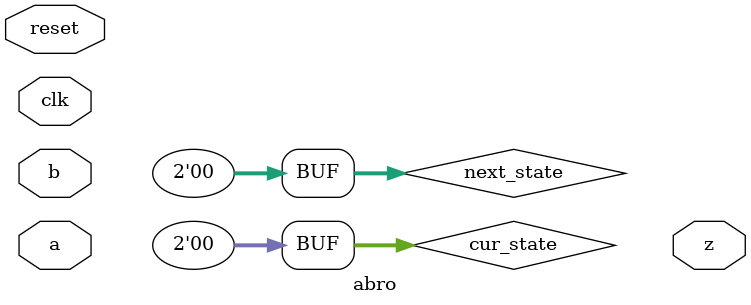
<source format=v>
module abro(
input clk,
input reset,
input a,
input b,
output z );
parameter IDLE = 0,
SA = 1,
SB = 2,
SAB = 3;
reg [1:0] cur_state,next_state;
// The output z is high when 1 is received for signals a and b in any order.
// If cur_state is IDLE and a and b are both high, state changes to SAB
// If cur_state is IDLE, and a is high, state changes to SA
// If cur_state is IDLE, and b is high, state changes to SB
// If cur_state is SA, and b is high, state changes to SAB
// If cur_state is SB, and a is high, state changes to SAB
// If cur_state is SAB, state changes to IDLE
// z is assigned one when cur_state is SAB
initial begin
cur_state = IDLE;
next_state = IDLE;
end
endmodule

</source>
